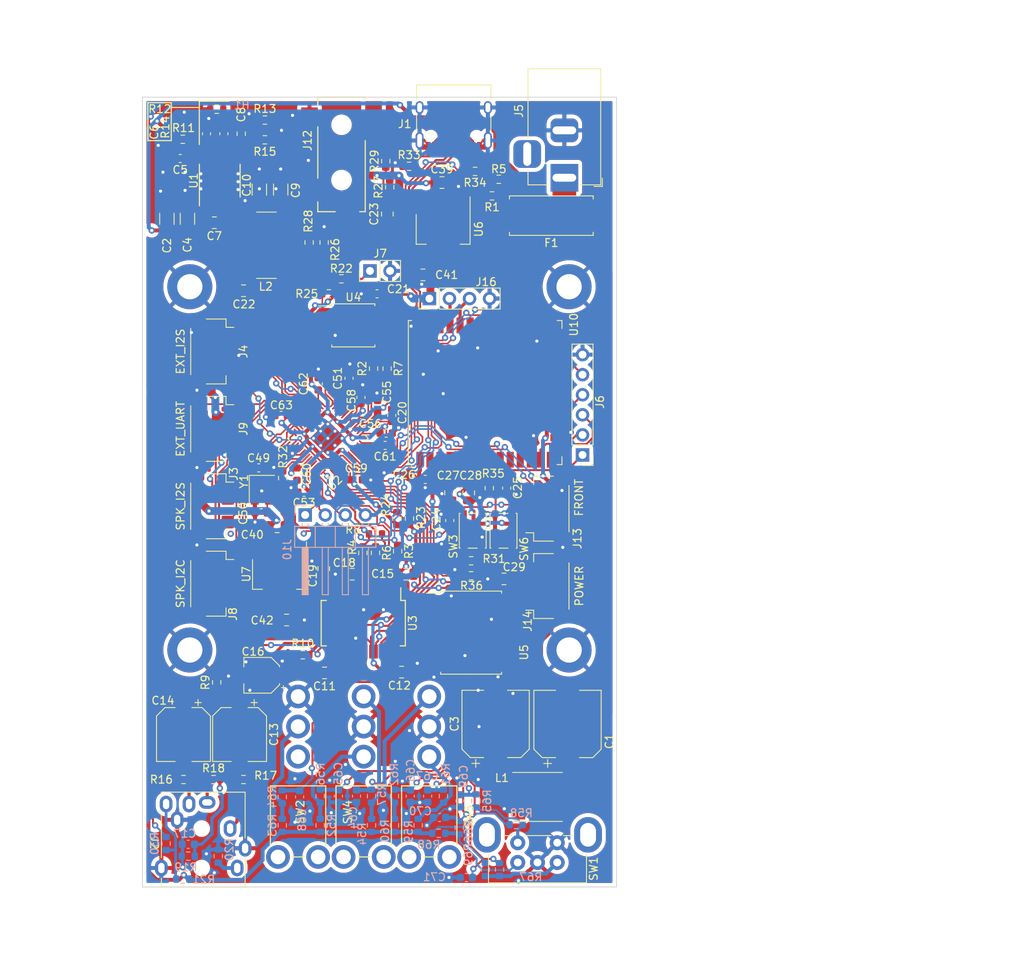
<source format=kicad_pcb>
(kicad_pcb (version 20211014) (generator pcbnew)

  (general
    (thickness 1.6)
  )

  (paper "A4")
  (layers
    (0 "F.Cu" signal)
    (31 "B.Cu" signal)
    (32 "B.Adhes" user "B.Adhesive")
    (33 "F.Adhes" user "F.Adhesive")
    (34 "B.Paste" user)
    (35 "F.Paste" user)
    (36 "B.SilkS" user "B.Silkscreen")
    (37 "F.SilkS" user "F.Silkscreen")
    (38 "B.Mask" user)
    (39 "F.Mask" user)
    (40 "Dwgs.User" user "User.Drawings")
    (41 "Cmts.User" user "User.Comments")
    (42 "Eco1.User" user "User.Eco1")
    (43 "Eco2.User" user "User.Eco2")
    (44 "Edge.Cuts" user)
    (45 "Margin" user)
    (46 "B.CrtYd" user "B.Courtyard")
    (47 "F.CrtYd" user "F.Courtyard")
    (48 "B.Fab" user)
    (49 "F.Fab" user)
  )

  (setup
    (stackup
      (layer "F.SilkS" (type "Top Silk Screen"))
      (layer "F.Paste" (type "Top Solder Paste"))
      (layer "F.Mask" (type "Top Solder Mask") (color "Green") (thickness 0.01))
      (layer "F.Cu" (type "copper") (thickness 0.035))
      (layer "dielectric 1" (type "core") (thickness 1.51) (material "FR4") (epsilon_r 4.5) (loss_tangent 0.02))
      (layer "B.Cu" (type "copper") (thickness 0.035))
      (layer "B.Mask" (type "Bottom Solder Mask") (color "Green") (thickness 0.01))
      (layer "B.Paste" (type "Bottom Solder Paste"))
      (layer "B.SilkS" (type "Bottom Silk Screen"))
      (copper_finish "None")
      (dielectric_constraints no)
    )
    (pad_to_mask_clearance 0)
    (pcbplotparams
      (layerselection 0x00010fc_ffffffff)
      (disableapertmacros false)
      (usegerberextensions false)
      (usegerberattributes true)
      (usegerberadvancedattributes true)
      (creategerberjobfile true)
      (svguseinch false)
      (svgprecision 6)
      (excludeedgelayer true)
      (plotframeref false)
      (viasonmask false)
      (mode 1)
      (useauxorigin false)
      (hpglpennumber 1)
      (hpglpenspeed 20)
      (hpglpendiameter 15.000000)
      (dxfpolygonmode true)
      (dxfimperialunits true)
      (dxfusepcbnewfont true)
      (psnegative false)
      (psa4output false)
      (plotreference true)
      (plotvalue true)
      (plotinvisibletext false)
      (sketchpadsonfab false)
      (subtractmaskfromsilk false)
      (outputformat 1)
      (mirror false)
      (drillshape 1)
      (scaleselection 1)
      (outputdirectory "")
    )
  )

  (net 0 "")
  (net 1 "/Power Supply/19V_ANALOG")
  (net 2 "/Processor/~{RST}")
  (net 3 "/Processor/SWCLK")
  (net 4 "/Front/MIC2")
  (net 5 "/Front/MIC1")
  (net 6 "+5V")
  (net 7 "/Processor/SWDIO")
  (net 8 "/Front/BT2")
  (net 9 "/Front/BT1")
  (net 10 "GND")
  (net 11 "Net-(R58-Pad2)")
  (net 12 "Net-(R59-Pad2)")
  (net 13 "/Front/PWR")
  (net 14 "Net-(C1-Pad1)")
  (net 15 "/Front/ENC_SW")
  (net 16 "Net-(C5-Pad1)")
  (net 17 "Net-(C6-Pad1)")
  (net 18 "Net-(C7-Pad1)")
  (net 19 "Net-(C7-Pad2)")
  (net 20 "Net-(C8-Pad1)")
  (net 21 "+3.3VA")
  (net 22 "Net-(F1-Pad2)")
  (net 23 "/Front/ENC_A")
  (net 24 "/Front/ENC_B")
  (net 25 "Net-(R11-Pad1)")
  (net 26 "Net-(R13-Pad1)")
  (net 27 "+3V3")
  (net 28 "Net-(C22-Pad1)")
  (net 29 "Net-(C50-Pad2)")
  (net 30 "Net-(R52-Pad2)")
  (net 31 "Net-(R54-Pad2)")
  (net 32 "Net-(C23-Pad1)")
  (net 33 "Net-(R60-Pad2)")
  (net 34 "Net-(R63-Pad2)")
  (net 35 "Net-(R66-Pad2)")
  (net 36 "Net-(R67-Pad2)")
  (net 37 "/Headphone Amplifier/HP_DETECT")
  (net 38 "Net-(C11-Pad1)")
  (net 39 "Net-(C13-Pad1)")
  (net 40 "Net-(C13-Pad2)")
  (net 41 "Net-(C14-Pad1)")
  (net 42 "Net-(C14-Pad2)")
  (net 43 "Net-(C16-Pad1)")
  (net 44 "Net-(C16-Pad2)")
  (net 45 "Net-(J2-PadR2)")
  (net 46 "Net-(J2-PadS)")
  (net 47 "Net-(R3-Pad2)")
  (net 48 "Net-(R4-Pad2)")
  (net 49 "Net-(R6-Pad2)")
  (net 50 "Net-(R8-Pad2)")
  (net 51 "Net-(R9-Pad2)")
  (net 52 "Net-(R10-Pad2)")
  (net 53 "+1V1")
  (net 54 "/Processor/USB_DETECT")
  (net 55 "/Processor/USB_DM")
  (net 56 "/Processor/USB_DP")
  (net 57 "Net-(U2-Pad51)")
  (net 58 "Net-(U2-Pad53)")
  (net 59 "Net-(U2-Pad54)")
  (net 60 "Net-(U2-Pad55)")
  (net 61 "Net-(J7-Pad1)")
  (net 62 "Net-(C49-Pad2)")
  (net 63 "Net-(U2-Pad52)")
  (net 64 "Net-(C22-Pad2)")
  (net 65 "Net-(C23-Pad2)")
  (net 66 "Net-(J12-PadR)")
  (net 67 "Net-(J12-PadT)")
  (net 68 "Net-(R22-Pad2)")
  (net 69 "Net-(J1-PadA4)")
  (net 70 "Net-(J1-PadA6)")
  (net 71 "Net-(J1-PadA7)")
  (net 72 "Net-(J1-PadA5)")
  (net 73 "Net-(J1-PadB5)")
  (net 74 "Net-(R32-Pad2)")
  (net 75 "unconnected-(J1-PadA8)")
  (net 76 "unconnected-(J1-PadB8)")
  (net 77 "unconnected-(J3-Pad3)")
  (net 78 "unconnected-(J5-Pad3)")
  (net 79 "unconnected-(J12-PadRN)")
  (net 80 "unconnected-(J12-PadTN)")
  (net 81 "/Processor/FRONT_SCL")
  (net 82 "/Processor/FRONT_SDA")
  (net 83 "/Processor/IR")
  (net 84 "/Headphone Amplifier/SDO")
  (net 85 "unconnected-(SW2-Pad1)")
  (net 86 "unconnected-(U3-Pad2)")
  (net 87 "/Headphone Amplifier/SDI")
  (net 88 "unconnected-(U3-Pad19)")
  (net 89 "unconnected-(U3-Pad20)")
  (net 90 "unconnected-(U3-Pad26)")
  (net 91 "unconnected-(U10-Pad4)")
  (net 92 "unconnected-(U10-Pad5)")
  (net 93 "unconnected-(U10-Pad6)")
  (net 94 "unconnected-(U10-Pad7)")
  (net 95 "unconnected-(U10-Pad8)")
  (net 96 "unconnected-(U10-Pad9)")
  (net 97 "unconnected-(U10-Pad10)")
  (net 98 "unconnected-(U10-Pad11)")
  (net 99 "unconnected-(U10-Pad12)")
  (net 100 "unconnected-(U10-Pad17)")
  (net 101 "unconnected-(U10-Pad18)")
  (net 102 "unconnected-(U10-Pad19)")
  (net 103 "unconnected-(U10-Pad20)")
  (net 104 "unconnected-(U10-Pad21)")
  (net 105 "unconnected-(U10-Pad22)")
  (net 106 "unconnected-(U10-Pad24)")
  (net 107 "unconnected-(U10-Pad25)")
  (net 108 "unconnected-(U10-Pad26)")
  (net 109 "unconnected-(U10-Pad29)")
  (net 110 "unconnected-(U10-Pad32)")
  (net 111 "/Wireless/~{RESET}")
  (net 112 "/Wireless/TDO")
  (net 113 "/Wireless/TCK")
  (net 114 "/Wireless/TDI")
  (net 115 "/Wireless/TMS")
  (net 116 "/Wireless/DEBUG_RXD")
  (net 117 "/Wireless/DEBUG_TXD")
  (net 118 "/Processor/WIFI_I2S_SDO")
  (net 119 "/Processor/WIFI_TX")
  (net 120 "/Processor/WIFI_RX")
  (net 121 "/Processor/WIFI_I2S_SDI")
  (net 122 "/Processor/SPK_SDO")
  (net 123 "/Processor/EXT_WS")
  (net 124 "/Processor/EXT_SDO")
  (net 125 "/Processor/EXT_SDI")
  (net 126 "/Processor/EXT_CK")
  (net 127 "/Processor/~{SPK_SD}")
  (net 128 "/Processor/~{SPK_FAULT}")
  (net 129 "/Headphone Amplifier/WS")
  (net 130 "/Processor/~{EXT_IRQ}")
  (net 131 "/Headphone Amplifier/MCLK")
  (net 132 "/Headphone Amplifier/CK")
  (net 133 "/Headphone Amplifier/SCL")
  (net 134 "/Headphone Amplifier/SDA")
  (net 135 "unconnected-(U5-Pad4)")
  (net 136 "/Processor/~{IO_IRQ}")
  (net 137 "Net-(R30-Pad2)")
  (net 138 "unconnected-(U2-Pad16)")
  (net 139 "unconnected-(U2-Pad17)")
  (net 140 "unconnected-(U2-Pad13)")
  (net 141 "unconnected-(U2-Pad18)")

  (footprint "Resistor_SMD:R_0603_1608Metric" (layer "F.Cu") (at 219.25 42.5 180))

  (footprint "Resistor_SMD:R_0603_1608Metric" (layer "F.Cu") (at 220.1 40.4 180))

  (footprint "Resistor_SMD:R_0603_1608Metric" (layer "F.Cu") (at 205.966039 64.367379 90))

  (footprint "Resistor_SMD:R_0603_1608Metric" (layer "F.Cu") (at 204.255297 64.367379 90))

  (footprint "Package_SO:Diodes_SO-8EP" (layer "F.Cu") (at 184.79 40.57 90))

  (footprint "Connector_BarrelJack:BarrelJack_Horizontal" (layer "F.Cu") (at 228.4 40.2 -90))

  (footprint "Capacitor_SMD:C_0603_1608Metric" (layer "F.Cu") (at 179.79 37.77 180))

  (footprint "Capacitor_SMD:C_0805_2012Metric" (layer "F.Cu") (at 184.1 45.9 180))

  (footprint "Resistor_SMD:R_0603_1608Metric" (layer "F.Cu") (at 180.11 35.33 180))

  (footprint "Resistor_SMD:R_0603_1608Metric" (layer "F.Cu") (at 184.41 31.53 180))

  (footprint "Resistor_SMD:R_0603_1608Metric" (layer "F.Cu") (at 190.5 32.9))

  (footprint "Resistor_SMD:R_0603_1608Metric" (layer "F.Cu") (at 187.51 34.63 90))

  (footprint "Resistor_SMD:R_0603_1608Metric" (layer "F.Cu") (at 190.5 35.4))

  (footprint "Capacitor_SMD:CP_Elec_8x10" (layer "F.Cu") (at 228.8 109.365 90))

  (footprint "Capacitor_SMD:C_1206_3216Metric" (layer "F.Cu") (at 178.1 45.4 90))

  (footprint "Capacitor_SMD:CP_Elec_8x10" (layer "F.Cu") (at 219.7 109.3575 90))

  (footprint "Capacitor_SMD:C_1206_3216Metric" (layer "F.Cu") (at 180.7 45.4 90))

  (footprint "Inductor_SMD:L_Bourns-SRN8040_8x8.15mm" (layer "F.Cu") (at 190.7 48.75 180))

  (footprint "Inductor_SMD:L_Taiyo-Yuden_NR-60xx" (layer "F.Cu") (at 225 118.6))

  (footprint "Package_TO_SOT_SMD:SOT-223-3_TabPin2" (layer "F.Cu") (at 213.06 46.71 -90))

  (footprint "Button_Switch_SMD:SW_SPST_PTS810" (layer "F.Cu") (at 216.8 84.9 -90))

  (footprint "Resistor_SMD:R_0603_1608Metric" (layer "F.Cu") (at 202.9 87.7 -90))

  (footprint "Capacitor_SMD:C_0603_1608Metric" (layer "F.Cu") (at 213.9 83.6 90))

  (footprint "Capacitor_SMD:C_0805_2012Metric" (layer "F.Cu") (at 212.91 40.81))

  (footprint "HackAmp-Footprints:Jack_3.5mm_Switchcraft_35RASMT4BHNTRX_Horizontal" (layer "F.Cu") (at 200.2 37))

  (footprint "Capacitor_SMD:CP_Elec_4x5.4" (layer "F.Cu") (at 190.1 103.2 180))

  (footprint "Resistor_SMD:R_0603_1608Metric" (layer "F.Cu") (at 184 116.4))

  (footprint "Resistor_SMD:R_0603_1608Metric" (layer "F.Cu") (at 204.5 87.7 -90))

  (footprint "Resistor_SMD:R_0603_1608Metric" (layer "F.Cu") (at 208.75 38.75))

  (footprint "Connector_JST:JST_SH_SM06B-SRSS-TB_1x06-1MP_P1.00mm_Horizontal" (layer "F.Cu") (at 226.3 91.9 90))

  (footprint "Package_SO:SOIC-8_5.23x5.23mm_P1.27mm" (layer "F.Cu") (at 201.694641 58.895481))

  (footprint "Connector_JST:JST_SH_SM06B-SRSS-TB_1x06-1MP_P1.00mm_Horizontal" (layer "F.Cu") (at 226.3 82.1 90))

  (footprint "Capacitor_SMD:C_0603_1608Metric" (layer "F.Cu") (at 201.155297 65.592379 90))

  (footprint "Capacitor_SMD:C_0603_1608Metric" (layer "F.Cu") (at 221.1 79.5 -90))

  (footprint "Connector_JST:JST_SH_SM06B-SRSS-TB_1x06-1MP_P1.00mm_Horizontal" (layer "F.Cu") (at 183.8 62.2 -90))

  (footprint "Capacitor_SMD:CP_Elec_6.3x7.7" (layer "F.Cu") (at 180.2 110.7 -90))

  (footprint "Resistor_SMD:R_0603_1608Metric" (layer "F.Cu") (at 198.594641 54.895481 180))

  (footprint "Capacitor_SMD:C_1206_3216Metric" (layer "F.Cu") (at 189.8 41.7 90))

  (footprint "Capacitor_SMD:C_0603_1608Metric" (layer "F.Cu") (at 204.755297 69.192379 90))

  (footprint "Package_SO:SSOP-28_5.3x10.2mm_P0.65mm" (layer "F.Cu") (at 202.95 96.6 -90))

  (footprint "Capacitor_SMD:CP_Elec_6.3x7.7" (layer "F.Cu") (at 187.3 110.7 -90))

  (footprint "Resistor_SMD:R_0603_1608Metric" (layer "F.Cu") (at 205.8 38.1 90))

  (footprint "HackAmp-Footprints:SW_Lever_1P2T_E-Switch_SP1T2B4M7QE" (layer "F.Cu") (at 194.7 113.5))

  (footprint "Resistor_SMD:R_0603_1608Metric" (layer "F.Cu") (at 198 48.4 90))

  (footprint "Capacitor_SMD:C_1206_3216Metric" (layer "F.Cu") (at 192.5 41.7 90))

  (footprint "Capacitor_SMD:C_0603_1608Metric" (layer "F.Cu") (at 194.555297 77.725 -90))

  (footprint "MCU_RaspberryPi_and_Boards:RP2040-QFN-56" (layer "F.Cu")
    (tedit 5EF32B43) (tstamp 60164efe-4275-48d1-ad58-9446f46427bf)
    (at 198.466039 73.192379 -45)
    (descr "QFN, 56 Pin (http://www.cypress.com/file/416486/download#page=40), generated with kicad-footprint-generator ipc_dfn_qfn_generator.py")
    (tags "QFN DFN_QFN")
    (property "Sheetfile" "processor.kicad_sch")
    (property "Sheetname" "Processor")
    (path "/00000000-0000-0000-0000-00005fa5bd7a/b6beb670-b626-4429-89e9-5ddebedb9724")
    (attr smd)
    (fp_text reference "U2" (at 4.625597 3.375487 225) (layer "F.SilkS")
      (effects (font (size 1 1) (thickness 0.15)))
      (tstamp 75822685-2581-4e84-a25b-8b20c019970c)
    )
    (fp_text value "RP2040" (at 0 -2.4 135) (layer "F.Fab")
      (effects (font (size 1 1) (thickness 0.15)))
      (tstamp 8fb54454-6056-4ddf-80ee-51a0f272b8ef)
    )
    (fp_text user "${REFERENCE}" (at 0 0 135) (layer "F.Fab")
      (effects (font (size 1 1) (thickness 0.15)))
      (tstamp a7a65334-57aa-4632-8f95-0c06fdae036d)
    )
    (fp_line (start 2.96 3.61) (end 3.61 3.61) (layer "F.SilkS") (width 0.12) (tstamp 35a2421f-527e-4433-9ba7-95fcc6e70f00))
    (fp_line (start -2.96 3.61) (end -3.61 3.61) (layer "F.SilkS") (width 0.12) (tstamp 3afa41f0-d3c9-4341-82c9-1316ea89aca3))
    (fp_line (start -2.96 -3.61) (end -3.61 -3.61) (layer "F.SilkS") (width 0.12) (tstamp 3dbad5dc-2f45-4a01-8137-04fa9ba7a264))
    (fp_line (start 3.61 -3.61) (end 3.61 -2.96) (layer "F.SilkS") (width 0.12) (tstamp 6fb69a9a-c725-4f9e-9954-62e977ec6434))
    (fp_line (start 3.61 3.61) (end 3.61 2.96) (layer "F.SilkS") (width 0.12) (tstamp a4ab3be4-4c7d-4efc-97c0-df50959a14aa))
    (fp_line (start -3.61 3.61) (end -3.61 2.96) (layer "F.SilkS") (width 0.12) (tstamp c884a9f5-f845-4103-91bc-8c5296de7874))
    (fp_line (start 2.96 -3.61) (end 3.61 -3.61) (layer "F.SilkS") (width 0.12) (tstamp da443f03-99a2-4d7a-a99f-16bbaf32c18e))
    (fp_line (start -4.12 -4.12) (end -4.12 4.12) (layer "F.CrtYd") (width 0.05) (tstamp 65938115-b6f4-46b6-9272-f14ff1c44d44))
    (fp_line (start -4.12 4.12) (end 4.12 4.12) (layer "F.CrtYd") (width 0.05) (tstamp 930122db-77b7-410e-91ed-3dec16d31bbf))
    (fp_line (start 4.12 4.12) (end 4.12 -4.12) (layer "F.CrtYd") (width 0.05) (tstamp a32ae849-08e2-4a3e-a42e-ebd2b51fc25b))
    (fp_line (start 4.12 -4.12) (end -4.12 -4.12) (layer "F.CrtYd") (width 0.05) (tstamp f4e1fda7-554d-4b21-9472-7fb82b0ce369))
    (fp_line (start -3.5 3.5) (end -3.5 -2.5) (layer "F.Fab") (width 0.1) (tstamp 328abc1b-070a-4109-977c-70cf484269ec))
    (fp_line (start 3.5 -3.5) (end 3.5 3.5) (layer "F.Fab") (width 0.1) (tstamp 8499a561-0bd3-4a61-aab4-775c0b686e53))
    (fp_line (start 3.5 3.5) (end -3.5 3.5) (layer "F.Fab") (width 0.1) (tstamp 8f232289-8515-400f-bf9f-8e60568f3cab))
    (fp_line (start -3.5 -2.5) (end -2.5 -3.5) (layer "F.Fab") (width 0.1) (tstamp e8c6745f-8c76-437c-b3dc-46760e053333))
    (fp_line (start -2.5 -3.5) (end 3.5 -3.5) (layer "F.Fab") (width 0.1) (tstamp f31c19e2-e000-46ed-9955-0a0765afae39))
    (pad "" smd roundrect locked (at -0.6375 0.6375 315) (size 1.084435 1.084435) (layers "F.Paste") (roundrect_rratio 0.230535) (tstamp 031202e0-c91f-4f5b-a641-3676006be581))
    (pad "" smd roundrect locked (at -0.6375 -0.6375 315) (size 1.084435 1.084435) (layers "F.Paste") (roundrect_rratio 0.230535) (tstamp addc1310-57da-42bb-9438-27376dc5d56f))
    (pad "" smd roundrect locked (at 0.6375 0.6375 315) (size 1.084435 1.084435) (layers "F.Paste") (roundrect_rratio 0.230535) (tstamp cfb7ed41-f264-4859-9b45-2dc9293294ff))
    (pad "" smd roundrect locked (at 0.6375 -0.6375 315) (size 1.084435 1.084435) (layers "F.Paste") (roundrect_rratio 0.230535) (tstamp f01fdf59-2469-4c57-9f35-6301d2c9d054))
    (pad "1" smd roundrect locked (at -3.4375 -2.6 315) (size 0.875 0.2) (layers "F.Cu" "F.Paste" "F.Mask") (roundrect_rratio 0.25)
      (net 27 "+3V3") (pinfunction "IOVDD") (pintype "power_in") (tstamp e8dff13e-7147-4ece-95ff-15c0bc1ac160))
    (pad "2" smd roundrect locked (at -3.4375 -2.2 315) (size 0.875 0.2) (layers "F.Cu" "F.Paste" "F.Mask") (roundrect_rratio 0.25)
      (net 54 "/Processor/USB_DETECT") (pinfunction "GPIO0") (pintype "bidirectional") (tstamp 8cec9419-6b82-46b9-ab7e-5d3a9a58a9ef))
    (pad "3" smd roundrect locked (at -3.4375 -1.8 315) (size 0.875 0.2) (layers "F.Cu" "F.Paste" "F.Mask") (roundrect_rratio 0.25)
      (net 123 "/Processor/EXT_WS") (pinfunction "GPIO1") (pintype "bidirectional") (tstamp d1a2758e-21c9-4cce-9b40-8c56a41d8477))
    (pad "4" smd roundrect locked (at -3.4375 -1.4 315) (size 0.875 0.2) (layers "F.Cu" "F.Paste" "F.Mask") (roundrect_rratio 0.25)
      (net 126 "/Processor/EXT_CK") (pinfunction "GPIO2") (pintype "bidirectional") (tstamp 9771224d-c993-4bb1-a1d3-2910ff54c6bd))
    (pad "5" smd roundrect locked (at -3.4375 -1 315) (size 0.875 0.2) (layers "F.Cu" "F.Paste" "F.Mask") (roundrect_rratio 0.25)
      (net 124 "/Processor/EXT_SDO") (pinfunction "GPIO3") (pintype "bidirectional") (tstamp fbabf06e-5209-4b70-9869-98ae43e840d9))
    (pad "6" smd roundrect locked (at -3.4375 -0.6 315) (size 0.875 0.2) (layers "F.Cu" "F.Paste" "F.Mask") (roundrect_rratio 0.25)
      (net 125 "/Processor/EXT_SDI") (pinfunction "GPIO4") (pintype "bidirectional") (tstamp db85d999-cca2-4250-bd57-8eb26f7bc0ad))
    (pad "7" smd roundrect locked (at -3.4375 -0.2 315) (size 0.875 0.2) (layers "F.Cu" "F.Paste" "F.Mask") (roundrect_rratio 0.25)
      (net 137 "Net-(R30-Pad2)") (pinfunction "GPIO5") (pintype "bidirectional") (tstamp e55681ba-5eea-4390-8574-7c165f5dd9b8))
    (pad "8" smd roundrect locked (at -3.4375 0.2 315) (size 0.875 0.2) (layers "F.Cu" "F.Paste" "F.Mask") (roundrect_rratio 0.25)
      (net 130 "/Processor/~{EXT_IRQ}") (pinfunction "GPIO6") (pintype "bidirectional") (tstamp 7a780c60-0238-4fdd-b982-0d16383bd993))
    (pad "9" smd roundrect locked (at -3.4375 0.6 315) (size 0.875 0.2) (layers "F.Cu" "F.Paste" "F.Mask") (roundrect_rratio 0.25)
      (net 122 "/Processor/SPK_SDO") (pinfunction "GPIO7") (pintype "bidirectional") (tstamp 2658155d-d473-4b0e-b536-2ef25bfdfe81))
    (pad "10" smd roundrect locked (at -3.4375 1 315) (size 0.875 0.2) (layers "F.Cu" "F.Paste" "F.Mask") (roundrect_rratio 0.25)
      (net 27 "+3V3") (pinfunction "IOVDD") (pintype "power_in") (tstamp 98c27c24-555b-46ad-8629-9f53fe845753))
    (pad "11" smd roundrect locked (at -3.4375 1.4 315) (size 0.875 0.2) (layers "F.Cu" "F.Paste" "F.Mask") (roundrect_rratio 0.25)
      (net 129 "/Headphone Amplifier/WS") (pinfunction "GPIO8") (pintype "bidirectional") (tstamp a33c906a-dce0-4d4c-89c9-3ae4b6939b44))
    (pad "12" smd roundrect locked (at -3.4375 1.8 315) (size 0.875 0.2) (layers "F.Cu" "F.Paste" "F.Mask") (roundrect_rratio 0.25)
      (net 132 "/Headphone Amplifier/CK") (pinfunction "GPIO9") (pintype "bidirectional") (tstamp 2dc498b9-03f0-424e-b397-d6e97509f98d))
    (pad "13" smd roundrect locked (at -3.4375 2.2 315) (size 0.875 0.2) (layers "F.Cu" "F.Paste" "F.Mask") (roundrect_rratio 0.25)
      (net 140 "unconnected-(U2-Pad13)") (pinfunction "GPIO10") (pintype "bidirectional") (tstamp 3a5279bf-6e2d-4e8b-974e-e12d7cee61e5))
    (pad "14" smd roundrect locked (at -3.4375 2.6 315) (size 0.875 0.2) (layers "F.Cu" "F.Paste" "F.Mask") (roundrect_rratio 0.25)
      (net 127 "/Processor/~{SPK_SD}") (pinfunction "GPIO11") (pintype "bidirectional") (tstamp b4973a33-3cf5-40f8-81bf-36d1cef6e88b))
    (pad "15" smd roundrect locked (at -2.6 3.4375 315) (size 0.2 0.875) (layers "F.Cu" "F.Paste" "F.Mask") (roundrect_rratio 0.25)
      (net 128 "/Processor/~{SPK_FAULT}") (pinfunction "GPIO12") (pintype "bidirectional") (tstamp 727d7dc0-eeb1-4dea-b2b7-f1f20edfd07f))
    (pad "16" smd roundrect locked (at -2.2 3.4375 315) (size 0.2 0.875) (layers "F.Cu" "F.Paste" "F.Mask") (roundrect_rratio 0.25)
      (net 138 "unconnected-(U2-Pad16)") (pinfunction "GPIO13") (pintype "bidirectional+no_connect") (tstamp 30920015-88b9-4f54-ac54-4c8227d0ee0a))
    (pad "17" smd roundrect locked (at -1.8 3.4375 315) (size 0.2 0.875) (layers "F.Cu" "F.Paste" "F.Mask") (roundrect_rratio 0.25)
      (net 139 "unconnected-(U2-Pad17)") (pinfunction "GPIO14") (pintype "bidirectional+no_connect") (tstamp d90b224b-9e27-4b21-9fd6-dd829151dd0a))
    (pad "18" smd roundrect locked (at -1.4 
... [1637392 chars truncated]
</source>
